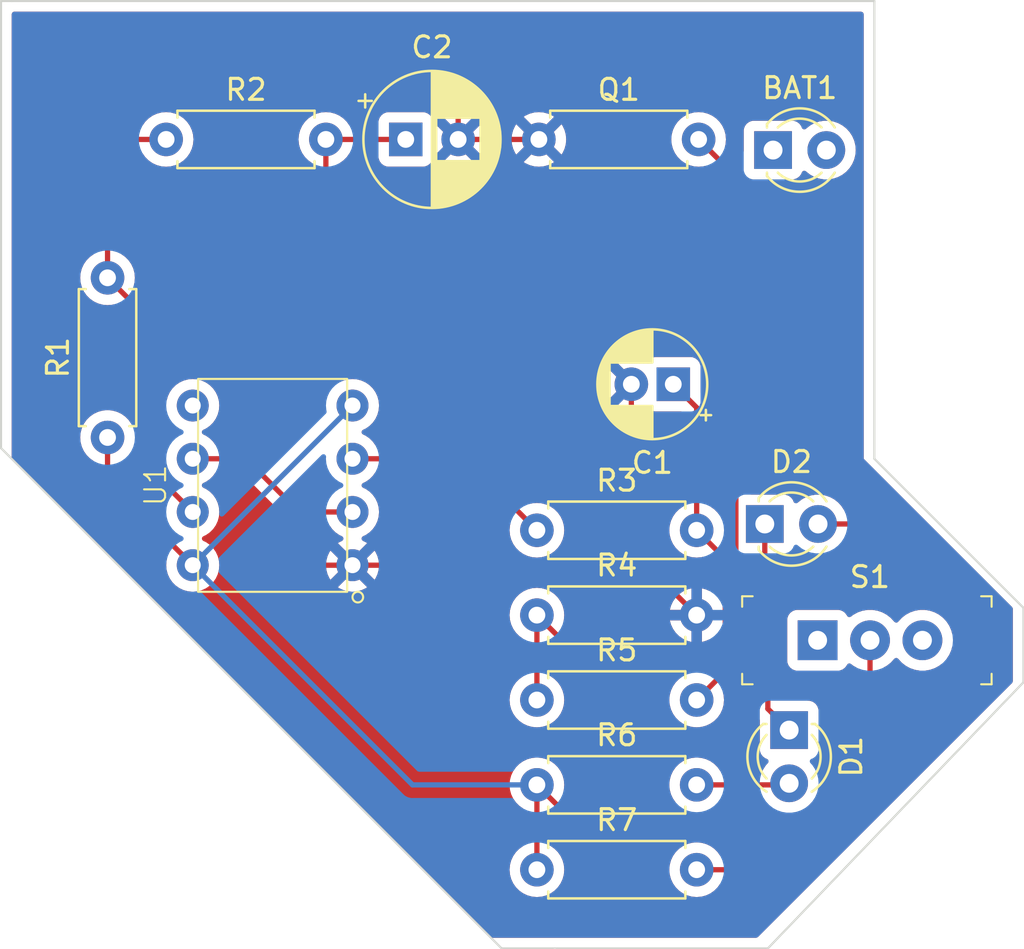
<source format=kicad_pcb>
(kicad_pcb (version 20221018) (generator pcbnew)
  (layers (0 "F.Cu" signal) (31 "B.Cu" signal) (34 "B.Paste" user) (35 "F.Paste" user) (36 "B.SilkS" user "B.Silkscreen") (37 "F.SilkS" user "F.Silkscreen") (38 "B.Mask" user) (39 "F.Mask" user) (44 "Edge.Cuts" user))
  (net 0 "")
  (net 1 "Net-(C1-Pad1)")
  (net 2 "GND")
  (net 3 "Net-(U1-THRES)")
  (net 4 "Net-(D1-K)")
  (net 5 "Net-(D1-A)")
  (net 6 "Net-(D2-A)")
  (net 7 "Net-(Q1-B)")
  (net 8 "VCC")
  (net 9 "Net-(U1-DIS)")
  (net 10 "Net-(U1-OUT)")
  (net 12 "Net-(BAT1-PadNeg)")
  (footprint "Capacitor_THT:CP_Radial_D6.3mm_P2.50mm" (layer "F.Cu") (at 83.82 96.52)
    (fp_text reference "C2" (at 1.25 -4.4) (layer "F.SilkS"))
    (fp_text value "10uF")
    (fp_line (start -2.250241 -1.839) (end -1.620241 -1.839) (stroke (width 0.12)) (layer "F.SilkS"))
    (fp_line (start -1.935241 -2.154) (end -1.935241 -1.524) (stroke (width 0.12)) (layer "F.SilkS"))
    (fp_line (start 1.25 -3.23) (end 1.25 3.23) (stroke (width 0.12)) (layer "F.SilkS"))
    (fp_line (start 1.29 -3.23) (end 1.29 3.23) (stroke (width 0.12)) (layer "F.SilkS"))
    (fp_line (start 1.33 -3.23) (end 1.33 3.23) (stroke (width 0.12)) (layer "F.SilkS"))
    (fp_line (start 1.37 -3.228) (end 1.37 3.228) (stroke (width 0.12)) (layer "F.SilkS"))
    (fp_line (start 1.41 -3.227) (end 1.41 3.227) (stroke (width 0.12)) (layer "F.SilkS"))
    (fp_line (start 1.45 -3.224) (end 1.45 3.224) (stroke (width 0.12)) (layer "F.SilkS"))
    (fp_line (start 1.49 -3.222) (end 1.49 -1.04) (stroke (width 0.12)) (layer "F.SilkS"))
    (fp_line (start 1.49 1.04) (end 1.49 3.222) (stroke (width 0.12)) (layer "F.SilkS"))
    (fp_line (start 1.53 -3.218) (end 1.53 -1.04) (stroke (width 0.12)) (layer "F.SilkS"))
    (fp_line (start 1.53 1.04) (end 1.53 3.218) (stroke (width 0.12)) (layer "F.SilkS"))
    (fp_line (start 1.57 -3.215) (end 1.57 -1.04) (stroke (width 0.12)) (layer "F.SilkS"))
    (fp_line (start 1.57 1.04) (end 1.57 3.215) (stroke (width 0.12)) (layer "F.SilkS"))
    (fp_line (start 1.61 -3.211) (end 1.61 -1.04) (stroke (width 0.12)) (layer "F.SilkS"))
    (fp_line (start 1.61 1.04) (end 1.61 3.211) (stroke (width 0.12)) (layer "F.SilkS"))
    (fp_line (start 1.65 -3.206) (end 1.65 -1.04) (stroke (width 0.12)) (layer "F.SilkS"))
    (fp_line (start 1.65 1.04) (end 1.65 3.206) (stroke (width 0.12)) (layer "F.SilkS"))
    (fp_line (start 1.69 -3.201) (end 1.69 -1.04) (stroke (width 0.12)) (layer "F.SilkS"))
    (fp_line (start 1.69 1.04) (end 1.69 3.201) (stroke (width 0.12)) (layer "F.SilkS"))
    (fp_line (start 1.73 -3.195) (end 1.73 -1.04) (stroke (width 0.12)) (layer "F.SilkS"))
    (fp_line (start 1.73 1.04) (end 1.73 3.195) (stroke (width 0.12)) (layer "F.SilkS"))
    (fp_line (start 1.77 -3.189) (end 1.77 -1.04) (stroke (width 0.12)) (layer "F.SilkS"))
    (fp_line (start 1.77 1.04) (end 1.77 3.189) (stroke (width 0.12)) (layer "F.SilkS"))
    (fp_line (start 1.81 -3.182) (end 1.81 -1.04) (stroke (width 0.12)) (layer "F.SilkS"))
    (fp_line (start 1.81 1.04) (end 1.81 3.182) (stroke (width 0.12)) (layer "F.SilkS"))
    (fp_line (start 1.85 -3.175) (end 1.85 -1.04) (stroke (width 0.12)) (layer "F.SilkS"))
    (fp_line (start 1.85 1.04) (end 1.85 3.175) (stroke (width 0.12)) (layer "F.SilkS"))
    (fp_line (start 1.89 -3.167) (end 1.89 -1.04) (stroke (width 0.12)) (layer "F.SilkS"))
    (fp_line (start 1.89 1.04) (end 1.89 3.167) (stroke (width 0.12)) (layer "F.SilkS"))
    (fp_line (start 1.93 -3.159) (end 1.93 -1.04) (stroke (width 0.12)) (layer "F.SilkS"))
    (fp_line (start 1.93 1.04) (end 1.93 3.159) (stroke (width 0.12)) (layer "F.SilkS"))
    (fp_line (start 1.971 -3.15) (end 1.971 -1.04) (stroke (width 0.12)) (layer "F.SilkS"))
    (fp_line (start 1.971 1.04) (end 1.971 3.15) (stroke (width 0.12)) (layer "F.SilkS"))
    (fp_line (start 2.011 -3.141) (end 2.011 -1.04) (stroke (width 0.12)) (layer "F.SilkS"))
    (fp_line (start 2.011 1.04) (end 2.011 3.141) (stroke (width 0.12)) (layer "F.SilkS"))
    (fp_line (start 2.051 -3.131) (end 2.051 -1.04) (stroke (width 0.12)) (layer "F.SilkS"))
    (fp_line (start 2.051 1.04) (end 2.051 3.131) (stroke (width 0.12)) (layer "F.SilkS"))
    (fp_line (start 2.091 -3.121) (end 2.091 -1.04) (stroke (width 0.12)) (layer "F.SilkS"))
    (fp_line (start 2.091 1.04) (end 2.091 3.121) (stroke (width 0.12)) (layer "F.SilkS"))
    (fp_line (start 2.131 -3.11) (end 2.131 -1.04) (stroke (width 0.12)) (layer "F.SilkS"))
    (fp_line (start 2.131 1.04) (end 2.131 3.11) (stroke (width 0.12)) (layer "F.SilkS"))
    (fp_line (start 2.171 -3.098) (end 2.171 -1.04) (stroke (width 0.12)) (layer "F.SilkS"))
    (fp_line (start 2.171 1.04) (end 2.171 3.098) (stroke (width 0.12)) (layer "F.SilkS"))
    (fp_line (start 2.211 -3.086) (end 2.211 -1.04) (stroke (width 0.12)) (layer "F.SilkS"))
    (fp_line (start 2.211 1.04) (end 2.211 3.086) (stroke (width 0.12)) (layer "F.SilkS"))
    (fp_line (start 2.251 -3.074) (end 2.251 -1.04) (stroke (width 0.12)) (layer "F.SilkS"))
    (fp_line (start 2.251 1.04) (end 2.251 3.074) (stroke (width 0.12)) (layer "F.SilkS"))
    (fp_line (start 2.291 -3.061) (end 2.291 -1.04) (stroke (width 0.12)) (layer "F.SilkS"))
    (fp_line (start 2.291 1.04) (end 2.291 3.061) (stroke (width 0.12)) (layer "F.SilkS"))
    (fp_line (start 2.331 -3.047) (end 2.331 -1.04) (stroke (width 0.12)) (layer "F.SilkS"))
    (fp_line (start 2.331 1.04) (end 2.331 3.047) (stroke (width 0.12)) (layer "F.SilkS"))
    (fp_line (start 2.371 -3.033) (end 2.371 -1.04) (stroke (width 0.12)) (layer "F.SilkS"))
    (fp_line (start 2.371 1.04) (end 2.371 3.033) (stroke (width 0.12)) (layer "F.SilkS"))
    (fp_line (start 2.411 -3.018) (end 2.411 -1.04) (stroke (width 0.12)) (layer "F.SilkS"))
    (fp_line (start 2.411 1.04) (end 2.411 3.018) (stroke (width 0.12)) (layer "F.SilkS"))
    (fp_line (start 2.451 -3.002) (end 2.451 -1.04) (stroke (width 0.12)) (layer "F.SilkS"))
    (fp_line (start 2.451 1.04) (end 2.451 3.002) (stroke (width 0.12)) (layer "F.SilkS"))
    (fp_line (start 2.491 -2.986) (end 2.491 -1.04) (stroke (width 0.12)) (layer "F.SilkS"))
    (fp_line (start 2.491 1.04) (end 2.491 2.986) (stroke (width 0.12)) (layer "F.SilkS"))
    (fp_line (start 2.531 -2.97) (end 2.531 -1.04) (stroke (width 0.12)) (layer "F.SilkS"))
    (fp_line (start 2.531 1.04) (end 2.531 2.97) (stroke (width 0.12)) (layer "F.SilkS"))
    (fp_line (start 2.571 -2.952) (end 2.571 -1.04) (stroke (width 0.12)) (layer "F.SilkS"))
    (fp_line (start 2.571 1.04) (end 2.571 2.952) (stroke (width 0.12)) (layer "F.SilkS"))
    (fp_line (start 2.611 -2.934) (end 2.611 -1.04) (stroke (width 0.12)) (layer "F.SilkS"))
    (fp_line (start 2.611 1.04) (end 2.611 2.934) (stroke (width 0.12)) (layer "F.SilkS"))
    (fp_line (start 2.651 -2.916) (end 2.651 -1.04) (stroke (width 0.12)) (layer "F.SilkS"))
    (fp_line (start 2.651 1.04) (end 2.651 2.916) (stroke (width 0.12)) (layer "F.SilkS"))
    (fp_line (start 2.691 -2.896) (end 2.691 -1.04) (stroke (width 0.12)) (layer "F.SilkS"))
    (fp_line (start 2.691 1.04) (end 2.691 2.896) (stroke (width 0.12)) (layer "F.SilkS"))
    (fp_line (start 2.731 -2.876) (end 2.731 -1.04) (stroke (width 0.12)) (layer "F.SilkS"))
    (fp_line (start 2.731 1.04) (end 2.731 2.876) (stroke (width 0.12)) (layer "F.SilkS"))
    (fp_line (start 2.771 -2.856) (end 2.771 -1.04) (stroke (width 0.12)) (layer "F.SilkS"))
    (fp_line (start 2.771 1.04) (end 2.771 2.856) (stroke (width 0.12)) (layer "F.SilkS"))
    (fp_line (start 2.811 -2.834) (end 2.811 -1.04) (stroke (width 0.12)) (layer "F.SilkS"))
    (fp_line (start 2.811 1.04) (end 2.811 2.834) (stroke (width 0.12)) (layer "F.SilkS"))
    (fp_line (start 2.851 -2.812) (end 2.851 -1.04) (stroke (width 0.12)) (layer "F.SilkS"))
    (fp_line (start 2.851 1.04) (end 2.851 2.812) (stroke (width 0.12)) (layer "F.SilkS"))
    (fp_line (start 2.891 -2.79) (end 2.891 -1.04) (stroke (width 0.12)) (layer "F.SilkS"))
    (fp_line (start 2.891 1.04) (end 2.891 2.79) (stroke (width 0.12)) (layer "F.SilkS"))
    (fp_line (start 2.931 -2.766) (end 2.931 -1.04) (stroke (width 0.12)) (layer "F.SilkS"))
    (fp_line (start 2.931 1.04) (end 2.931 2.766) (stroke (width 0.12)) (layer "F.SilkS"))
    (fp_line (start 2.971 -2.742) (end 2.971 -1.04) (stroke (width 0.12)) (layer "F.SilkS"))
    (fp_line (start 2.971 1.04) (end 2.971 2.742) (stroke (width 0.12)) (layer "F.SilkS"))
    (fp_line (start 3.011 -2.716) (end 3.011 -1.04) (stroke (width 0.12)) (layer "F.SilkS"))
    (fp_line (start 3.011 1.04) (end 3.011 2.716) (stroke (width 0.12)) (layer "F.SilkS"))
    (fp_line (start 3.051 -2.69) (end 3.051 -1.04) (stroke (width 0.12)) (layer "F.SilkS"))
    (fp_line (start 3.051 1.04) (end 3.051 2.69) (stroke (width 0.12)) (layer "F.SilkS"))
    (fp_line (start 3.091 -2.664) (end 3.091 -1.04) (stroke (width 0.12)) (layer "F.SilkS"))
    (fp_line (start 3.091 1.04) (end 3.091 2.664) (stroke (width 0.12)) (layer "F.SilkS"))
    (fp_line (start 3.131 -2.636) (end 3.131 -1.04) (stroke (width 0.12)) (layer "F.SilkS"))
    (fp_line (start 3.131 1.04) (end 3.131 2.636) (stroke (width 0.12)) (layer "F.SilkS"))
    (fp_line (start 3.171 -2.607) (end 3.171 -1.04) (stroke (width 0.12)) (layer "F.SilkS"))
    (fp_line (start 3.171 1.04) (end 3.171 2.607) (stroke (width 0.12)) (layer "F.SilkS"))
    (fp_line (start 3.211 -2.578) (end 3.211 -1.04) (stroke (width 0.12)) (layer "F.SilkS"))
    (fp_line (start 3.211 1.04) (end 3.211 2.578) (stroke (width 0.12)) (layer "F.SilkS"))
    (fp_line (start 3.251 -2.548) (end 3.251 -1.04) (stroke (width 0.12)) (layer "F.SilkS"))
    (fp_line (start 3.251 1.04) (end 3.251 2.548) (stroke (width 0.12)) (layer "F.SilkS"))
    (fp_line (start 3.291 -2.516) (end 3.291 -1.04) (stroke (width 0.12)) (layer "F.SilkS"))
    (fp_line (start 3.291 1.04) (end 3.291 2.516) (stroke (width 0.12)) (layer "F.SilkS"))
    (fp_line (start 3.331 -2.484) (end 3.331 -1.04) (stroke (width 0.12)) (layer "F.SilkS"))
    (fp_line (start 3.331 1.04) (end 3.331 2.484) (stroke (width 0.12)) (layer "F.SilkS"))
    (fp_line (start 3.371 -2.45) (end 3.371 -1.04) (stroke (width 0.12)) (layer "F.SilkS"))
    (fp_line (start 3.371 1.04) (end 3.371 2.45) (stroke (width 0.12)) (layer "F.SilkS"))
    (fp_line (start 3.411 -2.416) (end 3.411 -1.04) (stroke (width 0.12)) (layer "F.SilkS"))
    (fp_line (start 3.411 1.04) (end 3.411 2.416) (stroke (width 0.12)) (layer "F.SilkS"))
    (fp_line (start 3.451 -2.38) (end 3.451 -1.04) (stroke (width 0.12)) (layer "F.SilkS"))
    (fp_line (start 3.451 1.04) (end 3.451 2.38) (stroke (width 0.12)) (layer "F.SilkS"))
    (fp_line (start 3.491 -2.343) (end 3.491 -1.04) (stroke (width 0.12)) (layer "F.SilkS"))
    (fp_line (start 3.491 1.04) (end 3.491 2.343) (stroke (width 0.12)) (layer "F.SilkS"))
    (fp_line (start 3.531 -2.305) (end 3.531 -1.04) (stroke (width 0.12)) (layer "F.SilkS"))
    (fp_line (start 3.531 1.04) (end 3.531 2.305) (stroke (width 0.12)) (layer "F.SilkS"))
    (fp_line (start 3.571 -2.265) (end 3.571 2.265) (stroke (width 0.12)) (layer "F.SilkS"))
    (fp_line (start 3.611 -2.224) (end 3.611 2.224) (stroke (width 0.12)) (layer "F.SilkS"))
    (fp_line (start 3.651 -2.182) (end 3.651 2.182) (stroke (width 0.12)) (layer "F.SilkS"))
    (fp_line (start 3.691 -2.137) (end 3.691 2.137) (stroke (width 0.12)) (layer "F.SilkS"))
    (fp_line (start 3.731 -2.092) (end 3.731 2.092) (stroke (width 0.12)) (layer "F.SilkS"))
    (fp_line (start 3.771 -2.044) (end 3.771 2.044) (stroke (width 0.12)) (layer "F.SilkS"))
    (fp_line (start 3.811 -1.995) (end 3.811 1.995) (stroke (width 0.12)) (layer "F.SilkS"))
    (fp_line (start 3.851 -1.944) (end 3.851 1.944) (stroke (width 0.12)) (layer "F.SilkS"))
    (fp_line (start 3.891 -1.89) (end 3.891 1.89) (stroke (width 0.12)) (layer "F.SilkS"))
    (fp_line (start 3.931 -1.834) (end 3.931 1.834) (stroke (width 0.12)) (layer "F.SilkS"))
    (fp_line (start 3.971 -1.776) (end 3.971 1.776) (stroke (width 0.12)) (layer "F.SilkS"))
    (fp_line (start 4.011 -1.714) (end 4.011 1.714) (stroke (width 0.12)) (layer "F.SilkS"))
    (fp_line (start 4.051 -1.65) (end 4.051 1.65) (stroke (width 0.12)) (layer "F.SilkS"))
    (fp_line (start 4.091 -1.581) (end 4.091 1.581) (stroke (width 0.12)) (layer "F.SilkS"))
    (fp_line (start 4.131 -1.509) (end 4.131 1.509) (stroke (width 0.12)) (layer "F.SilkS"))
    (fp_line (start 4.171 -1.432) (end 4.171 1.432) (stroke (width 0.12)) (layer "F.SilkS"))
    (fp_line (start 4.211 -1.35) (end 4.211 1.35) (stroke (width 0.12)) (layer "F.SilkS"))
    (fp_line (start 4.251 -1.262) (end 4.251 1.262) (stroke (width 0.12)) (layer "F.SilkS"))
    (fp_line (start 4.291 -1.165) (end 4.291 1.165) (stroke (width 0.12)) (layer "F.SilkS"))
    (fp_line (start 4.331 -1.059) (end 4.331 1.059) (stroke (width 0.12)) (layer "F.SilkS"))
    (fp_line (start 4.371 -0.94) (end 4.371 0.94) (stroke (width 0.12)) (layer "F.SilkS"))
    (fp_line (start 4.411 -0.802) (end 4.411 0.802) (stroke (width 0.12)) (layer "F.SilkS"))
    (fp_line (start 4.451 -0.633) (end 4.451 0.633) (stroke (width 0.12)) (layer "F.SilkS"))
    (fp_line (start 4.491 -0.402) (end 4.491 0.402) (stroke (width 0.12)) (layer "F.SilkS"))
    (fp_circle (center 1.25 0) (end 4.52 0) (stroke (width 0.12)) (fill none) (layer "F.SilkS"))
    (pad "1" thru_hole rect (at 0 0) (size 1.6 1.6) (drill 0.8) (layers "*.Cu" "*.Mask") (net 3 "Net-(U1-THRES)"))
    (pad "2" thru_hole circle (at 2.5 0) (size 1.6 1.6) (drill 0.8) (layers "*.Cu" "*.Mask") (net 2 "GND"))
  )
  (footprint "555_Badge:ICM7555-PDIP" (layer "F.Cu") (at 77.47 113.03 90)
    (fp_text reference "U1" (at 0 -5.588 90 unlocked) (layer "F.SilkS") (effects (font (thickness 0.1))))
    (fp_text value "7555")
    (fp_circle (center -5.334 4.064) (end -5.08 4.064) (stroke (width 0.1016)) (fill none) (layer "F.SilkS"))
    (fp_poly (pts (xy 5.08 -3.556) (xy 5.08 3.556) (xy -5.08 3.556) (xy -5.08 -3.556)) (stroke (width 0.1016)) (fill none) (layer "F.SilkS"))
    (pad "1" thru_hole circle (at -3.81 3.81 270) (size 1.524 1.524) (drill 0.762) (layers "*.Cu" "*.Mask") (net 2 "GND"))
    (pad "2" thru_hole circle (at -1.27 3.81 270) (size 1.524 1.524) (drill 0.762) (layers "*.Cu" "*.Mask") (net 3 "Net-(U1-THRES)"))
    (pad "3" thru_hole circle (at 1.27 3.81 270) (size 1.524 1.524) (drill 0.762) (layers "*.Cu" "*.Mask") (net 10 "Net-(U1-OUT)"))
    (pad "4" thru_hole circle (at 3.81 3.81 270) (size 1.524 1.524) (drill 0.762) (layers "*.Cu" "*.Mask") (net 8 "VCC"))
    (pad "5" thru_hole circle (at 3.81 -3.81 270) (size 1.524 1.524) (drill 0.762) (layers "*.Cu" "*.Mask"))
    (pad "6" thru_hole circle (at 1.27 -3.81 270) (size 1.524 1.524) (drill 0.762) (layers "*.Cu" "*.Mask") (net 3 "Net-(U1-THRES)"))
    (pad "7" thru_hole circle (at -1.27 -3.81 270) (size 1.524 1.524) (drill 0.762) (layers "*.Cu" "*.Mask") (net 9 "Net-(U1-DIS)"))
    (pad "8" thru_hole circle (at -3.81 -3.81 270) (size 1.524 1.524) (drill 0.762) (layers "*.Cu" "*.Mask") (net 8 "VCC"))
  )
  (footprint "Resistor_THT:R_Axial_DIN0207_L6.3mm_D2.5mm_P7.62mm_Horizontal" (layer "F.Cu") (at 69.596 110.744 90)
    (fp_text reference "R1" (at 3.81 -2.37 90) (layer "F.SilkS"))
    (fp_text value "22k")
    (fp_line (start 0.54 -1.37) (end 7.08 -1.37) (stroke (width 0.12)) (layer "F.SilkS"))
    (fp_line (start 0.54 -1.04) (end 0.54 -1.37) (stroke (width 0.12)) (layer "F.SilkS"))
    (fp_line (start 0.54 1.04) (end 0.54 1.37) (stroke (width 0.12)) (layer "F.SilkS"))
    (fp_line (start 0.54 1.37) (end 7.08 1.37) (stroke (width 0.12)) (layer "F.SilkS"))
    (fp_line (start 7.08 -1.37) (end 7.08 -1.04) (stroke (width 0.12)) (layer "F.SilkS"))
    (fp_line (start 7.08 1.37) (end 7.08 1.04) (stroke (width 0.12)) (layer "F.SilkS"))
    (pad "1" thru_hole circle (at 0 0 90) (size 1.6 1.6) (drill 0.8) (layers "*.Cu" "*.Mask") (net 8 "VCC"))
    (pad "2" thru_hole oval (at 7.62 0 90) (size 1.6 1.6) (drill 0.8) (layers "*.Cu" "*.Mask") (net 9 "Net-(U1-DIS)"))
  )
  (footprint "Resistor_THT:R_Axial_DIN0207_L6.3mm_D2.5mm_P7.62mm_Horizontal" (layer "F.Cu") (at 72.39 96.52)
    (fp_text reference "R2" (at 3.81 -2.37) (layer "F.SilkS"))
    (fp_text value "330k")
    (fp_line (start 0.54 -1.37) (end 7.08 -1.37) (stroke (width 0.12)) (layer "F.SilkS"))
    (fp_line (start 0.54 -1.04) (end 0.54 -1.37) (stroke (width 0.12)) (layer "F.SilkS"))
    (fp_line (start 0.54 1.04) (end 0.54 1.37) (stroke (width 0.12)) (layer "F.SilkS"))
    (fp_line (start 0.54 1.37) (end 7.08 1.37) (stroke (width 0.12)) (layer "F.SilkS"))
    (fp_line (start 7.08 -1.37) (end 7.08 -1.04) (stroke (width 0.12)) (layer "F.SilkS"))
    (fp_line (start 7.08 1.37) (end 7.08 1.04) (stroke (width 0.12)) (layer "F.SilkS"))
    (pad "1" thru_hole circle (at 0 0) (size 1.6 1.6) (drill 0.8) (layers "*.Cu" "*.Mask") (net 9 "Net-(U1-DIS)"))
    (pad "2" thru_hole oval (at 7.62 0) (size 1.6 1.6) (drill 0.8) (layers "*.Cu" "*.Mask") (net 3 "Net-(U1-THRES)"))
  )
  (footprint "Resistor_THT:R_Axial_DIN0207_L6.3mm_D2.5mm_P7.62mm_Horizontal" (layer "F.Cu") (at 90.17 96.52)
    (fp_text reference "Q1" (at 3.81 -2.37) (layer "F.SilkS"))
    (fp_text value "2N3904")
    (fp_line (start 0.54 -1.37) (end 7.08 -1.37) (stroke (width 0.12)) (layer "F.SilkS"))
    (fp_line (start 0.54 -1.04) (end 0.54 -1.37) (stroke (width 0.12)) (layer "F.SilkS"))
    (fp_line (start 0.54 1.04) (end 0.54 1.37) (stroke (width 0.12)) (layer "F.SilkS"))
    (fp_line (start 0.54 1.37) (end 7.08 1.37) (stroke (width 0.12)) (layer "F.SilkS"))
    (fp_line (start 7.08 -1.37) (end 7.08 -1.04) (stroke (width 0.12)) (layer "F.SilkS"))
    (fp_line (start 7.08 1.37) (end 7.08 1.04) (stroke (width 0.12)) (layer "F.SilkS"))
    (pad "1" thru_hole circle (at 0 0) (size 1.6 1.6) (drill 0.8) (layers "*.Cu" "*.Mask") (net 2 "GND"))
    (pad "2" thru_hole oval (at 7.62 0) (size 1.6 1.6) (drill 0.8) (layers "*.Cu" "*.Mask") (net 7 "Net-(Q1-B)"))
  )
  (footprint "Resistor_THT:R_Axial_DIN0207_L6.3mm_D2.5mm_P7.62mm_Horizontal" (layer "F.Cu") (at 90.0762 123.273)
    (fp_text reference "R5" (at 3.81 -2.37) (layer "F.SilkS"))
    (fp_text value "10k")
    (fp_line (start 0.54 -1.37) (end 7.08 -1.37) (stroke (width 0.12)) (layer "F.SilkS"))
    (fp_line (start 0.54 -1.04) (end 0.54 -1.37) (stroke (width 0.12)) (layer "F.SilkS"))
    (fp_line (start 0.54 1.04) (end 0.54 1.37) (stroke (width 0.12)) (layer "F.SilkS"))
    (fp_line (start 0.54 1.37) (end 7.08 1.37) (stroke (width 0.12)) (layer "F.SilkS"))
    (fp_line (start 7.08 -1.37) (end 7.08 -1.04) (stroke (width 0.12)) (layer "F.SilkS"))
    (fp_line (start 7.08 1.37) (end 7.08 1.04) (stroke (width 0.12)) (layer "F.SilkS"))
    (pad "1" thru_hole circle (at 0 0) (size 1.6 1.6) (drill 0.8) (layers "*.Cu" "*.Mask") (net 1 "Net-(C1-Pad1)"))
    (pad "2" thru_hole oval (at 7.62 0) (size 1.6 1.6) (drill 0.8) (layers "*.Cu" "*.Mask") (net 7 "Net-(Q1-B)"))
  )
  (footprint "Resistor_THT:R_Axial_DIN0207_L6.3mm_D2.5mm_P7.62mm_Horizontal" (layer "F.Cu") (at 90.0762 119.223)
    (fp_text reference "R4" (at 3.81 -2.37) (layer "F.SilkS"))
    (fp_text value "100k")
    (fp_line (start 0.54 -1.37) (end 7.08 -1.37) (stroke (width 0.12)) (layer "F.SilkS"))
    (fp_line (start 0.54 -1.04) (end 0.54 -1.37) (stroke (width 0.12)) (layer "F.SilkS"))
    (fp_line (start 0.54 1.04) (end 0.54 1.37) (stroke (width 0.12)) (layer "F.SilkS"))
    (fp_line (start 0.54 1.37) (end 7.08 1.37) (stroke (width 0.12)) (layer "F.SilkS"))
    (fp_line (start 7.08 -1.37) (end 7.08 -1.04) (stroke (width 0.12)) (layer "F.SilkS"))
    (fp_line (start 7.08 1.37) (end 7.08 1.04) (stroke (width 0.12)) (layer "F.SilkS"))
    (pad "1" thru_hole circle (at 0 0) (size 1.6 1.6) (drill 0.8) (layers "*.Cu" "*.Mask") (net 1 "Net-(C1-Pad1)"))
    (pad "2" thru_hole oval (at 7.62 0) (size 1.6 1.6) (drill 0.8) (layers "*.Cu" "*.Mask") (net 2 "GND"))
  )
  (footprint "LED_THT:LED_D3.0mm" (layer "F.Cu") (at 101.341 97.028)
    (fp_text reference "BAT1" (at 1.27 -2.96) (layer "F.SilkS"))
    (fp_text value "BS-7")
    (fp_line (start -0.29 -1.236) (end -0.29 -1.08) (stroke (width 0.12)) (layer "F.SilkS"))
    (fp_line (start -0.29 1.08) (end -0.29 1.236) (stroke (width 0.12)) (layer "F.SilkS"))
    (fp_arc (start -0.29 -1.235516) (mid 1.366487 -1.987659) (end 2.942335 -1.078608) (stroke (width 0.12)) (layer "F.SilkS"))
    (fp_arc (start 0.229039 -1.08) (mid 1.270117 -1.5) (end 2.31113 -1.079837) (stroke (width 0.12)) (layer "F.SilkS"))
    (fp_arc (start 2.31113 1.079837) (mid 1.270117 1.5) (end 0.229039 1.08) (stroke (width 0.12)) (layer "F.SilkS"))
    (fp_arc (start 2.942335 1.078608) (mid 1.366487 1.987659) (end -0.29 1.235516) (stroke (width 0.12)) (layer "F.SilkS"))
    (pad "1" thru_hole rect (at 0 0) (size 1.8 1.8) (drill 0.9) (layers "*.Cu" "*.Mask"))
    (pad "2" thru_hole circle (at 2.54 0) (size 1.8 1.8) (drill 0.9) (layers "*.Cu" "*.Mask"))
  )
  (footprint "Resistor_THT:R_Axial_DIN0207_L6.3mm_D2.5mm_P7.62mm_Horizontal" (layer "F.Cu") (at 90.0762 127.323)
    (fp_text reference "R6" (at 3.81 -2.37) (layer "F.SilkS"))
    (fp_text value "100k")
    (fp_line (start 0.54 -1.37) (end 7.08 -1.37) (stroke (width 0.12)) (layer "F.SilkS"))
    (fp_line (start 0.54 -1.04) (end 0.54 -1.37) (stroke (width 0.12)) (layer "F.SilkS"))
    (fp_line (start 0.54 1.04) (end 0.54 1.37) (stroke (width 0.12)) (layer "F.SilkS"))
    (fp_line (start 0.54 1.37) (end 7.08 1.37) (stroke (width 0.12)) (layer "F.SilkS"))
    (fp_line (start 7.08 -1.37) (end 7.08 -1.04) (stroke (width 0.12)) (layer "F.SilkS"))
    (fp_line (start 7.08 1.37) (end 7.08 1.04) (stroke (width 0.12)) (layer "F.SilkS"))
    (pad "1" thru_hole circle (at 0 0) (size 1.6 1.6) (drill 0.8) (layers "*.Cu" "*.Mask") (net 8 "VCC"))
    (pad "2" thru_hole oval (at 7.62 0) (size 1.6 1.6) (drill 0.8) (layers "*.Cu" "*.Mask") (net 5 "Net-(D1-A)"))
  )
  (footprint "Capacitor_THT:CP_Radial_D5.0mm_P2.00mm" (layer "F.Cu") (at 96.580888 108.204 180)
    (fp_text reference "C1" (at 1 -3.75) (layer "F.SilkS"))
    (fp_text value "100uF")
    (fp_line (start -1.804775 -1.475) (end -1.304775 -1.475) (stroke (width 0.12)) (layer "F.SilkS"))
    (fp_line (start -1.554775 -1.725) (end -1.554775 -1.225) (stroke (width 0.12)) (layer "F.SilkS"))
    (fp_line (start 1 -2.58) (end 1 -1.04) (stroke (width 0.12)) (layer "F.SilkS"))
    (fp_line (start 1 1.04) (end 1 2.58) (stroke (width 0.12)) (layer "F.SilkS"))
    (fp_line (start 1.04 -2.58) (end 1.04 -1.04) (stroke (width 0.12)) (layer "F.SilkS"))
    (fp_line (start 1.04 1.04) (end 1.04 2.58) (stroke (width 0.12)) (layer "F.SilkS"))
    (fp_line (start 1.08 -2.579) (end 1.08 -1.04) (stroke (width 0.12)) (layer "F.SilkS"))
    (fp_line (start 1.08 1.04) (end 1.08 2.579) (stroke (width 0.12)) (layer "F.SilkS"))
    (fp_line (start 1.12 -2.578) (end 1.12 -1.04) (stroke (width 0.12)) (layer "F.SilkS"))
    (fp_line (start 1.12 1.04) (end 1.12 2.578) (stroke (width 0.12)) (layer "F.SilkS"))
    (fp_line (start 1.16 -2.576) (end 1.16 -1.04) (stroke (width 0.12)) (layer "F.SilkS"))
    (fp_line (start 1.16 1.04) (end 1.16 2.576) (stroke (width 0.12)) (layer "F.SilkS"))
    (fp_line (start 1.2 -2.573) (end 1.2 -1.04) (stroke (width 0.12)) (layer "F.SilkS"))
    (fp_line (start 1.2 1.04) (end 1.2 2.573) (stroke (width 0.12)) (layer "F.SilkS"))
    (fp_line (start 1.24 -2.569) (end 1.24 -1.04) (stroke (width 0.12)) (layer "F.SilkS"))
    (fp_line (start 1.24 1.04) (end 1.24 2.569) (stroke (width 0.12)) (layer "F.SilkS"))
    (fp_line (start 1.28 -2.565) (end 1.28 -1.04) (stroke (width 0.12)) (layer "F.SilkS"))
    (fp_line (start 1.28 1.04) (end 1.28 2.565) (stroke (width 0.12)) (layer "F.SilkS"))
    (fp_line (start 1.32 -2.561) (end 1.32 -1.04) (stroke (width 0.12)) (layer "F.SilkS"))
    (fp_line (start 1.32 1.04) (end 1.32 2.561) (stroke (width 0.12)) (layer "F.SilkS"))
    (fp_line (start 1.36 -2.556) (end 1.36 -1.04) (stroke (width 0.12)) (layer "F.SilkS"))
    (fp_line (start 1.36 1.04) (end 1.36 2.556) (stroke (width 0.12)) (layer "F.SilkS"))
    (fp_line (start 1.4 -2.55) (end 1.4 -1.04) (stroke (width 0.12)) (layer "F.SilkS"))
    (fp_line (start 1.4 1.04) (end 1.4 2.55) (stroke (width 0.12)) (layer "F.SilkS"))
    (fp_line (start 1.44 -2.543) (end 1.44 -1.04) (stroke (width 0.12)) (layer "F.SilkS"))
    (fp_line (start 1.44 1.04) (end 1.44 2.543) (stroke (width 0.12)) (layer "F.SilkS"))
    (fp_line (start 1.48 -2.536) (end 1.48 -1.04) (stroke (width 0.12)) (layer "F.SilkS"))
    (fp_line (start 1.48 1.04) (end 1.48 2.536) (stroke (width 0.12)) (layer "F.SilkS"))
    (fp_line (start 1.52 -2.528) (end 1.52 -1.04) (stroke (width 0.12)) (layer "F.SilkS"))
    (fp_line (start 1.52 1.04) (end 1.52 2.528) (stroke (width 0.12)) (layer "F.SilkS"))
    (fp_line (start 1.56 -2.52) (end 1.56 -1.04) (stroke (width 0.12)) (layer "F.SilkS"))
    (fp_line (start 1.56 1.04) (end 1.56 2.52) (stroke (width 0.12)) (layer "F.SilkS"))
    (fp_line (start 1.6 -2.511) (end 1.6 -1.04) (stroke (width 0.12)) (layer "F.SilkS"))
    (fp_line (start 1.6 1.04) (end 1.6 2.511) (stroke (width 0.12)) (layer "F.SilkS"))
    (fp_line (start 1.64 -2.501) (end 1.64 -1.04) (stroke (width 0.12)) (layer "F.SilkS"))
    (fp_line (start 1.64 1.04) (end 1.64 2.501) (stroke (width 0.12)) (layer "F.SilkS"))
    (fp_line (start 1.68 -2.491) (end 1.68 -1.04) (stroke (width 0.12)) (layer "F.SilkS"))
    (fp_line (start 1.68 1.04) (end 1.68 2.491) (stroke (width 0.12)) (layer "F.SilkS"))
    (fp_line (start 1.721 -2.48) (end 1.721 -1.04) (stroke (width 0.12)) (layer "F.SilkS"))
    (fp_line (start 1.721 1.04) (end 1.721 2.48) (stroke (width 0.12)) (layer "F.SilkS"))
    (fp_line (start 1.761 -2.468) (end 1.761 -1.04) (stroke (width 0.12)) (layer "F.SilkS"))
    (fp_line (start 1.761 1.04) (end 1.761 2.468) (stroke (width 0.12)) (layer "F.SilkS"))
    (fp_line (start 1.801 -2.455) (end 1.801 -1.04) (stroke (width 0.12)) (layer "F.SilkS"))
    (fp_line (start 1.801 1.04) (end 1.801 2.455) (stroke (width 0.12)) (layer "F.SilkS"))
    (fp_line (start 1.841 -2.442) (end 1.841 -1.04) (stroke (width 0.12)) (layer "F.SilkS"))
    (fp_line (start 1.841 1.04) (end 1.841 2.442) (stroke (width 0.12)) (layer "F.SilkS"))
    (fp_line (start 1.881 -2.428) (end 1.881 -1.04) (stroke (width 0.12)) (layer "F.SilkS"))
    (fp_line (start 1.881 1.04) (end 1.881 2.428) (stroke (width 0.12)) (layer "F.SilkS"))
    (fp_line (start 1.921 -2.414) (end 1.921 -1.04) (stroke (width 0.12)) (layer "F.SilkS"))
    (fp_line (start 1.921 1.04) (end 1.921 2.414) (stroke (width 0.12)) (layer "F.SilkS"))
    (fp_line (start 1.961 -2.398) (end 1.961 -1.04) (stroke (width 0.12)) (layer "F.SilkS"))
    (fp_line (start 1.961 1.04) (end 1.961 2.398) (stroke (width 0.12)) (layer "F.SilkS"))
    (fp_line (start 2.001 -2.382) (end 2.001 -1.04) (stroke (width 0.12)) (layer "F.SilkS"))
    (fp_line (start 2.001 1.04) (end 2.001 2.382) (stroke (width 0.12)) (layer "F.SilkS"))
    (fp_line (start 2.041 -2.365) (end 2.041 -1.04) (stroke (width 0.12)) (layer "F.SilkS"))
    (fp_line (start 2.041 1.04) (end 2.041 2.365) (stroke (width 0.12)) (layer "F.SilkS"))
    (fp_line (start 2.081 -2.348) (end 2.081 -1.04) (stroke (width 0.12)) (layer "F.SilkS"))
    (fp_line (start 2.081 1.04) (end 2.081 2.348) (stroke (width 0.12)) (layer "F.SilkS"))
    (fp_line (start 2.121 -2.329) (end 2.121 -1.04) (stroke (width 0.12)) (layer "F.SilkS"))
    (fp_line (start 2.121 1.04) (end 2.121 2.329) (stroke (width 0.12)) (layer "F.SilkS"))
    (fp_line (start 2.161 -2.31) (end 2.161 -1.04) (stroke (width 0.12)) (layer "F.SilkS"))
    (fp_line (start 2.161 1.04) (end 2.161 2.31) (stroke (width 0.12)) (layer "F.SilkS"))
    (fp_line (start 2.201 -2.29) (end 2.201 -1.04) (stroke (width 0.12)) (layer "F.SilkS"))
    (fp_line (start 2.201 1.04) (end 2.201 2.29) (stroke (width 0.12)) (layer "F.SilkS"))
    (fp_line (start 2.241 -2.268) (end 2.241 -1.04) (stroke (width 0.12)) (layer "F.SilkS"))
    (fp_line (start 2.241 1.04) (end 2.241 2.268) (stroke (width 0.12)) (layer "F.SilkS"))
    (fp_line (start 2.281 -2.247) (end 2.281 -1.04) (stroke (width 0.12)) (layer "F.SilkS"))
    (fp_line (start 2.281 1.04) (end 2.281 2.247) (stroke (width 0.12)) (layer "F.SilkS"))
    (fp_line (start 2.321 -2.224) (end 2.321 -1.04) (stroke (width 0.12)) (layer "F.SilkS"))
    (fp_line (start 2.321 1.04) (end 2.321 2.224) (stroke (width 0.12)) (layer "F.SilkS"))
    (fp_line (start 2.361 -2.2) (end 2.361 -1.04) (stroke (width 0.12)) (layer "F.SilkS"))
    (fp_line (start 2.361 1.04) (end 2.361 2.2) (stroke (width 0.12)) (layer "F.SilkS"))
    (fp_line (start 2.401 -2.175) (end 2.401 -1.04) (stroke (width 0.12)) (layer "F.SilkS"))
    (fp_line (start 2.401 1.04) (end 2.401 2.175) (stroke (width 0.12)) (layer "F.SilkS"))
    (fp_line (start 2.441 -2.149) (end 2.441 -1.04) (stroke (width 0.12)) (layer "F.SilkS"))
    (fp_line (start 2.441 1.04) (end 2.441 2.149) (stroke (width 0.12)) (layer "F.SilkS"))
    (fp_line (start 2.481 -2.122) (end 2.481 -1.04) (stroke (width 0.12)) (layer "F.SilkS"))
    (fp_line (start 2.481 1.04) (end 2.481 2.122) (stroke (width 0.12)) (layer "F.SilkS"))
    (fp_line (start 2.521 -2.095) (end 2.521 -1.04) (stroke (width 0.12)) (layer "F.SilkS"))
    (fp_line (start 2.521 1.04) (end 2.521 2.095) (stroke (width 0.12)) (layer "F.SilkS"))
    (fp_line (start 2.561 -2.065) (end 2.561 -1.04) (stroke (width 0.12)) (layer "F.SilkS"))
    (fp_line (start 2.561 1.04) (end 2.561 2.065) (stroke (width 0.12)) (layer "F.SilkS"))
    (fp_line (start 2.601 -2.035) (end 2.601 -1.04) (stroke (width 0.12)) (layer "F.SilkS"))
    (fp_line (start 2.601 1.04) (end 2.601 2.035) (stroke (width 0.12)) (layer "F.SilkS"))
    (fp_line (start 2.641 -2.004) (end 2.641 -1.04) (stroke (width 0.12)) (layer "F.SilkS"))
    (fp_line (start 2.641 1.04) (end 2.641 2.004) (stroke (width 0.12)) (layer "F.SilkS"))
    (fp_line (start 2.681 -1.971) (end 2.681 -1.04) (stroke (width 0.12)) (layer "F.SilkS"))
    (fp_line (start 2.681 1.04) (end 2.681 1.971) (stroke (width 0.12)) (layer "F.SilkS"))
    (fp_line (start 2.721 -1.937) (end 2.721 -1.04) (stroke (width 0.12)) (layer "F.SilkS"))
    (fp_line (start 2.721 1.04) (end 2.721 1.937) (stroke (width 0.12)) (layer "F.SilkS"))
    (fp_line (start 2.761 -1.901) (end 2.761 -1.04) (stroke (width 0.12)) (layer "F.SilkS"))
    (fp_line (start 2.761 1.04) (end 2.761 1.901) (stroke (width 0.12)) (layer "F.SilkS"))
    (fp_line (start 2.801 -1.864) (end 2.801 -1.04) (stroke (width 0.12)) (layer "F.SilkS"))
    (fp_line (start 2.801 1.04) (end 2.801 1.864) (stroke (width 0.12)) (layer "F.SilkS"))
    (fp_line (start 2.841 -1.826) (end 2.841 -1.04) (stroke (width 0.12)) (layer "F.SilkS"))
    (fp_line (start 2.841 1.04) (end 2.841 1.826) (stroke (width 0.12)) (layer "F.SilkS"))
    (fp_line (start 2.881 -1.785) (end 2.881 -1.04) (stroke (width 0.12)) (layer "F.SilkS"))
    (fp_line (start 2.881 1.04) (end 2.881 1.785) (stroke (width 0.12)) (layer "F.SilkS"))
    (fp_line (start 2.921 -1.743) (end 2.921 -1.04) (stroke (width 0.12)) (layer "F.SilkS"))
    (fp_line (start 2.921 1.04) (end 2.921 1.743) (stroke (width 0.12)) (layer "F.SilkS"))
    (fp_line (start 2.961 -1.699) (end 2.961 -1.04) (stroke (width 0.12)) (layer "F.SilkS"))
    (fp_line (start 2.961 1.04) (end 2.961 1.699) (stroke (width 0.12)) (layer "F.SilkS"))
    (fp_line (start 3.001 -1.653) (end 3.001 -1.04) (stroke (width 0.12)) (layer "F.SilkS"))
    (fp_line (start 3.001 1.04) (end 3.001 1.653) (stroke (width 0.12)) (layer "F.SilkS"))
    (fp_line (start 3.041 -1.605) (end 3.041 1.605) (stroke (width 0.12)) (layer "F.SilkS"))
    (fp_line (start 3.081 -1.554) (end 3.081 1.554) (stroke (width 0.12)) (layer "F.SilkS"))
    (fp_line (start 3.121 -1.5) (end 3.121 1.5) (stroke (width 0.12)) (layer "F.SilkS"))
    (fp_line (start 3.161 -1.443) (end 3.161 1.443) (stroke (width 0.12)) (layer "F.SilkS"))
    (fp_line (start 3.201 -1.383) (end 3.201 1.383) (stroke (width 0.12)) (layer "F.SilkS"))
    (fp_line (start 3.241 -1.319) (end 3.241 1.319) (stroke (width 0.12)) (layer "F.SilkS"))
    (fp_line (start 3.281 -1.251) (end 3.281 1.251) (stroke (width 0.12)) (layer "F.SilkS"))
    (fp_line (start 3.321 -1.178) (end 3.321 1.178) (stroke (width 0.12)) (layer "F.SilkS"))
    (fp_line (start 3.361 -1.098) (end 3.361 1.098) (stroke (width 0.12)) (layer "F.SilkS"))
    (fp_line (start 3.401 -1.011) (end 3.401 1.011) (stroke (width 0.12)) (layer "F.SilkS"))
    (fp_line (start 3.441 -0.915) (end 3.441 0.915) (stroke (width 0.12)) (layer "F.SilkS"))
    (fp_line (start 3.481 -0.805) (end 3.481 0.805) (stroke (width 0.12)) (layer "F.SilkS"))
    (fp_line (start 3.521 -0.677) (end 3.521 0.677) (stroke (width 0.12)) (layer "F.SilkS"))
    (fp_line (start 3.561 -0.518) (end 3.561 0.518) (stroke (width 0.12)) (layer "F.SilkS"))
    (fp_line (start 3.601 -0.284) (end 3.601 0.284) (stroke (width 0.12)) (layer "F.SilkS"))
    (fp_circle (center 1 0) (end 3.62 0) (stroke (width 0.12)) (fill none) (layer "F.SilkS"))
    (pad "1" thru_hole rect (at 0 0 180) (size 1.6 1.6) (drill 0.8) (layers "*.Cu" "*.Mask") (net 1 "Net-(C1-Pad1)"))
    (pad "2" thru_hole circle (at 2 0 180) (size 1.6 1.6) (drill 0.8) (layers "*.Cu" "*.Mask") (net 2 "GND"))
  )
  (footprint "Resistor_THT:R_Axial_DIN0207_L6.3mm_D2.5mm_P7.62mm_Horizontal" (layer "F.Cu") (at 90.0762 115.173)
    (fp_text reference "R3" (at 3.81 -2.37) (layer "F.SilkS"))
    (fp_text value "22k")
    (fp_line (start 0.54 -1.37) (end 7.08 -1.37) (stroke (width 0.12)) (layer "F.SilkS"))
    (fp_line (start 0.54 -1.04) (end 0.54 -1.37) (stroke (width 0.12)) (layer "F.SilkS"))
    (fp_line (start 0.54 1.04) (end 0.54 1.37) (stroke (width 0.12)) (layer "F.SilkS"))
    (fp_line (start 0.54 1.37) (end 7.08 1.37) (stroke (width 0.12)) (layer "F.SilkS"))
    (fp_line (start 7.08 -1.37) (end 7.08 -1.04) (stroke (width 0.12)) (layer "F.SilkS"))
    (fp_line (start 7.08 1.37) (end 7.08 1.04) (stroke (width 0.12)) (layer "F.SilkS"))
    (pad "1" thru_hole circle (at 0 0) (size 1.6 1.6) (drill 0.8) (layers "*.Cu" "*.Mask") (net 10 "Net-(U1-OUT)"))
    (pad "2" thru_hole oval (at 7.62 0) (size 1.6 1.6) (drill 0.8) (layers "*.Cu" "*.Mask") (net 1 "Net-(C1-Pad1)"))
  )
  (footprint "LED_THT:LED_D3.0mm" (layer "F.Cu") (at 102.108 124.709 -90)
    (fp_text reference "D1" (at 1.27 -2.96 90) (layer "F.SilkS"))
    (fp_text value "RED")
    (fp_line (start -0.29 -1.236) (end -0.29 -1.08) (stroke (width 0.12)) (layer "F.SilkS"))
    (fp_line (start -0.29 1.08) (end -0.29 1.236) (stroke (width 0.12)) (layer "F.SilkS"))
    (fp_arc (start -0.29 -1.235516) (mid 1.366487 -1.987659) (end 2.942335 -1.078608) (stroke (width 0.12)) (layer "F.SilkS"))
    (fp_arc (start 0.229039 -1.08) (mid 1.270117 -1.5) (end 2.31113 -1.079837) (stroke (width 0.12)) (layer "F.SilkS"))
    (fp_arc (start 2.31113 1.079837) (mid 1.270117 1.5) (end 0.229039 1.08) (stroke (width 0.12)) (layer "F.SilkS"))
    (fp_arc (start 2.942335 1.078608) (mid 1.366487 1.987659) (end -0.29 1.235516) (stroke (width 0.12)) (layer "F.SilkS"))
    (pad "1" thru_hole rect (at 0 0 270) (size 1.8 1.8) (drill 0.9) (layers "*.Cu" "*.Mask") (net 4 "Net-(D1-K)"))
    (pad "2" thru_hole circle (at 2.54 0 270) (size 1.8 1.8) (drill 0.9) (layers "*.Cu" "*.Mask") (net 5 "Net-(D1-A)"))
  )
  (footprint "Resistor_THT:R_Axial_DIN0207_L6.3mm_D2.5mm_P7.62mm_Horizontal" (layer "F.Cu") (at 90.0762 131.373)
    (fp_text reference "R7" (at 3.81 -2.37) (layer "F.SilkS"))
    (fp_text value "100k")
    (fp_line (start 0.54 -1.37) (end 7.08 -1.37) (stroke (width 0.12)) (layer "F.SilkS"))
    (fp_line (start 0.54 -1.04) (end 0.54 -1.37) (stroke (width 0.12)) (layer "F.SilkS"))
    (fp_line (start 0.54 1.04) (end 0.54 1.37) (stroke (width 0.12)) (layer "F.SilkS"))
    (fp_line (start 0.54 1.37) (end 7.08 1.37) (stroke (width 0.12)) (layer "F.SilkS"))
    (fp_line (start 7.08 -1.37) (end 7.08 -1.04) (stroke (width 0.12)) (layer "F.SilkS"))
    (fp_line (start 7.08 1.37) (end 7.08 1.04) (stroke (width 0.12)) (layer "F.SilkS"))
    (pad "1" thru_hole circle (at 0 0) (size 1.6 1.6) (drill 0.8) (layers "*.Cu" "*.Mask") (net 8 "VCC"))
    (pad "2" thru_hole oval (at 7.62 0) (size 1.6 1.6) (drill 0.8) (layers "*.Cu" "*.Mask") (net 6 "Net-(D2-A)"))
  )
  (footprint "LED_THT:LED_D3.0mm" (layer "F.Cu") (at 100.9462 114.873)
    (fp_text reference "D2" (at 1.27 -2.96) (layer "F.SilkS"))
    (fp_text value "RED")
    (fp_line (start -0.29 -1.236) (end -0.29 -1.08) (stroke (width 0.12)) (layer "F.SilkS"))
    (fp_line (start -0.29 1.08) (end -0.29 1.236) (stroke (width 0.12)) (layer "F.SilkS"))
    (fp_arc (start -0.29 -1.235516) (mid 1.366487 -1.987659) (end 2.942335 -1.078608) (stroke (width 0.12)) (layer "F.SilkS"))
    (fp_arc (start 0.229039 -1.08) (mid 1.270117 -1.5) (end 2.31113 -1.079837) (stroke (width 0.12)) (layer "F.SilkS"))
    (fp_arc (start 2.31113 1.079837) (mid 1.270117 1.5) (end 0.229039 1.08) (stroke (width 0.12)) (layer "F.SilkS"))
    (fp_arc (start 2.942335 1.078608) (mid 1.366487 1.987659) (end -0.29 1.235516) (stroke (width 0.12)) (layer "F.SilkS"))
    (pad "1" thru_hole rect (at 0 0) (size 1.8 1.8) (drill 0.9) (layers "*.Cu" "*.Mask") (net 4 "Net-(D1-K)"))
    (pad "2" thru_hole circle (at 2.54 0) (size 1.8 1.8) (drill 0.9) (layers "*.Cu" "*.Mask") (net 6 "Net-(D2-A)"))
  )
  (footprint "digikey-footprints:Switch_Slide_11.6x4mm_EG1218" (layer "F.Cu") (at 103.4662 120.423)
    (fp_text reference "S1" (at 2.49 -3.02) (layer "F.SilkS"))
    (fp_text value "EG1218")
    (fp_line (start -3.6 -2.1) (end -3.6 -1.6) (stroke (width 0.1)) (layer "F.SilkS"))
    (fp_line (start -3.6 -2.1) (end -3.1 -2.1) (stroke (width 0.1)) (layer "F.SilkS"))
    (fp_line (start -3.6 2.1) (end -3.6 1.6) (stroke (width 0.1)) (layer "F.SilkS"))
    (fp_line (start -3.6 2.1) (end -3.1 2.1) (stroke (width 0.1)) (layer "F.SilkS"))
    (fp_line (start 8.3 -2.1) (end 7.8 -2.1) (stroke (width 0.1)) (layer "F.SilkS"))
    (fp_line (start 8.3 -2.1) (end 8.3 -1.6) (stroke (width 0.1)) (layer "F.SilkS"))
    (fp_line (start 8.3 2.1) (end 7.8 2.1) (stroke (width 0.1)) (layer "F.SilkS"))
    (fp_line (start 8.3 2.1) (end 8.3 1.6) (stroke (width 0.1)) (layer "F.SilkS"))
    (pad "1" thru_hole rect (at 0 0) (size 1.9 1.9) (drill 0.9) (layers "*.Cu" "*.Mask"))
    (pad "2" thru_hole circle (at 2.5 0) (size 1.9 1.9) (drill 0.9) (layers "*.Cu" "*.Mask") (net 8 "VCC"))
    (pad "3" thru_hole circle (at 5 0) (size 1.9 1.9) (drill 0.9) (layers "*.Cu" "*.Mask") (net 12 "Net-(BAT1-PadNeg)"))
  )
  (gr_line (start 88.392 135.128) (end 64.516 111.252) (stroke (width 0.1)) (layer "Edge.Cuts"))
  (gr_line (start 106.172 89.916) (end 106.172 111.76) (stroke (width 0.1)) (layer "Edge.Cuts"))
  (gr_line (start 90.932 135.128) (end 88.392 135.128) (stroke (width 0.1)) (layer "Edge.Cuts"))
  (gr_line (start 106.172 111.76) (end 113.284 118.872) (stroke (width 0.1)) (layer "Edge.Cuts"))
  (gr_line (start 64.516 89.916) (end 65.024 89.916) (stroke (width 0.1)) (layer "Edge.Cuts"))
  (gr_line (start 101.092 135.128) (end 90.932 135.128) (stroke (width 0.1)) (layer "Edge.Cuts"))
  (gr_line (start 113.284 122.428) (end 101.092 135.128) (stroke (width 0.1)) (layer "Edge.Cuts"))
  (gr_line (start 113.284 118.872) (end 113.284 122.428) (stroke (width 0.1)) (layer "Edge.Cuts"))
  (gr_line (start 65.024 89.916) (end 106.172 89.916) (stroke (width 0.1)) (layer "Edge.Cuts"))
  (gr_line (start 64.516 111.252) (end 64.516 89.916) (stroke (width 0.1)) (layer "Edge.Cuts"))
  (segment (start 97.6962 115.173) (end 97.6962 109.319312) (width 0.25) (layer "F.Cu") (net 1))
  (segment (start 99.06 116.5368) (end 97.6962 115.173) (width 0.25) (layer "F.Cu") (net 1))
  (segment (start 98.552 121.412) (end 99.06 120.904) (width 0.25) (layer "F.Cu") (net 1))
  (segment (start 99.06 120.904) (end 99.06 116.5368) (width 0.25) (layer "F.Cu") (net 1))
  (segment (start 92.2652 121.412) (end 98.552 121.412) (width 0.25) (layer "F.Cu") (net 1))
  (segment (start 97.6962 109.319312) (end 96.580888 108.204) (width 0.25) (layer "F.Cu") (net 1))
  (segment (start 90.0762 123.273) (end 90.0762 119.223) (width 0.25) (layer "F.Cu") (net 1))
  (segment (start 90.0762 119.223) (end 92.2652 121.412) (width 0.25) (layer "F.Cu") (net 1))
  (segment (start 86.28 90.932) (end 66.04 90.932) (width 0.25) (layer "F.Cu") (net 2))
  (segment (start 86.32 96.52) (end 90.17 96.52) (width 0.25) (layer "F.Cu") (net 2))
  (segment (start 95.3132 116.84) (end 97.6962 119.223) (width 0.25) (layer "F.Cu") (net 2))
  (segment (start 86.32 90.892) (end 86.28 90.932) (width 0.25) (layer "F.Cu") (net 2))
  (segment (start 66.04 111.76) (end 73.66 119.38) (width 0.25) (layer "F.Cu") (net 2))
  (segment (start 86.32 96.52) (end 86.32 90.892) (width 0.25) (layer "F.Cu") (net 2))
  (segment (start 66.04 90.932) (end 66.04 111.76) (width 0.25) (layer "F.Cu") (net 2))
  (segment (start 73.66 119.38) (end 76.2 116.84) (width 0.25) (layer "F.Cu") (net 2))
  (segment (start 94.580888 116.424888) (end 94.580888 108.204) (width 0.25) (layer "F.Cu") (net 2))
  (segment (start 86.36 116.84) (end 94.996 116.84) (width 0.25) (layer "F.Cu") (net 2))
  (segment (start 76.2 116.84) (end 81.28 116.84) (width 0.25) (layer "F.Cu") (net 2))
  (segment (start 94.996 116.84) (end 94.580888 116.424888) (width 0.25) (layer "F.Cu") (net 2))
  (segment (start 94.996 116.84) (end 95.3132 116.84) (width 0.25) (layer "F.Cu") (net 2))
  (segment (start 86.36 116.84) (end 81.28 116.84) (width 0.25) (layer "F.Cu") (net 2))
  (segment (start 78.74 114.3) (end 81.28 114.3) (width 0.25) (layer "F.Cu") (net 3))
  (segment (start 76.2 111.76) (end 78.74 114.3) (width 0.25) (layer "F.Cu") (net 3))
  (segment (start 80.01 107.95) (end 80.01 96.52) (width 0.25) (layer "F.Cu") (net 3))
  (segment (start 76.2 111.76) (end 80.01 107.95) (width 0.25) (layer "F.Cu") (net 3))
  (segment (start 80.01 96.52) (end 83.82 96.52) (width 0.25) (layer "F.Cu") (net 3))
  (segment (start 73.66 111.76) (end 76.2 111.76) (width 0.25) (layer "F.Cu") (net 3))
  (segment (start 100.9462 122.7902) (end 100.9462 114.873) (width 0.25) (layer "F.Cu") (net 4))
  (segment (start 102.108 124.709) (end 101.092 123.693) (width 0.25) (layer "F.Cu") (net 4))
  (segment (start 101.092 122.936) (end 100.9462 122.7902) (width 0.25) (layer "F.Cu") (net 4))
  (segment (start 101.092 123.693) (end 101.092 122.936) (width 0.25) (layer "F.Cu") (net 4))
  (segment (start 97.6962 127.323) (end 102.034 127.323) (width 0.25) (layer "F.Cu") (net 5))
  (segment (start 102.034 127.323) (end 102.108 127.249) (width 0.25) (layer "F.Cu") (net 5))
  (segment (start 100.783 131.373) (end 110.744 121.412) (width 0.25) (layer "F.Cu") (net 6))
  (segment (start 110.744 121.412) (end 110.744 119.38) (width 0.25) (layer "F.Cu") (net 6))
  (segment (start 110.744 119.38) (end 106.172 114.808) (width 0.25) (layer "F.Cu") (net 6))
  (segment (start 105.599 114.873) (end 103.4862 114.873) (width 0.25) (layer "F.Cu") (net 6))
  (segment (start 97.6962 131.373) (end 100.783 131.373) (width 0.25) (layer "F.Cu") (net 6))
  (segment (start 105.664 114.808) (end 105.599 114.873) (width 0.25) (layer "F.Cu") (net 6))
  (segment (start 106.172 114.808) (end 105.664 114.808) (width 0.25) (layer "F.Cu") (net 6))
  (segment (start 99.568 97.79) (end 99.06 97.79) (width 0.25) (layer "F.Cu") (net 7))
  (segment (start 99.06 97.79) (end 97.79 96.52) (width 0.25) (layer "F.Cu") (net 7))
  (segment (start 99.0492 121.92) (end 97.6962 123.273) (width 0.25) (layer "F.Cu") (net 7))
  (segment (start 99.568 121.92) (end 99.568 97.79) (width 0.25) (layer "F.Cu") (net 7))
  (segment (start 99.568 121.92) (end 99.0492 121.92) (width 0.25) (layer "F.Cu") (net 7))
  (segment (start 69.596 112.776) (end 73.66 116.84) (width 0.25) (layer "F.Cu") (net 8))
  (segment (start 69.596 110.744) (end 69.596 112.776) (width 0.25) (layer "F.Cu") (net 8))
  (segment (start 102.551802 128.967802) (end 91.721002 128.967802) (width 0.25) (layer "F.Cu") (net 8))
  (segment (start 105.9662 125.553404) (end 102.551802 128.967802) (width 0.25) (layer "F.Cu") (net 8))
  (segment (start 105.9662 120.423) (end 105.9662 125.553404) (width 0.25) (layer "F.Cu") (net 8))
  (segment (start 90.0762 131.373) (end 90.0762 127.323) (width 0.25) (layer "F.Cu") (net 8))
  (segment (start 91.721002 128.967802) (end 90.0762 127.323) (width 0.25) (layer "F.Cu") (net 8))
  (segment (start 73.66 116.84) (end 81.28 109.22) (width 0.25) (layer "B.Cu") (net 8))
  (segment (start 84.143 127.323) (end 73.66 116.84) (width 0.25) (layer "B.Cu") (net 8))
  (segment (start 90.0762 127.323) (end 84.143 127.323) (width 0.25) (layer "B.Cu") (net 8))
  (segment (start 73.66 114.3) (end 71.561009 112.201009) (width 0.25) (layer "F.Cu") (net 9))
  (segment (start 69.596 96.52) (end 69.596 103.124) (width 0.25) (layer "F.Cu") (net 9))
  (segment (start 71.561009 112.201009) (end 71.561009 105.089009) (width 0.25) (layer "F.Cu") (net 9))
  (segment (start 72.39 96.52) (end 69.596 96.52) (width 0.25) (layer "F.Cu") (net 9))
  (segment (start 71.561009 105.089009) (end 69.596 103.124) (width 0.25) (layer "F.Cu") (net 9))
  (segment (start 86.6632 111.76) (end 90.0762 115.173) (width 0.25) (layer "F.Cu") (net 10))
  (segment (start 81.28 111.76) (end 86.6632 111.76) (width 0.25) (layer "F.Cu") (net 10))
  (zone (net 2) (net_name "GND") (layer "F.Cu") (priority 1) (connect_pads (clearance 0.5)) (min_thickness 0.25) (fill yes (thermal_gap 0.5) (thermal_bridge_width 0.5))
    (polygon (pts (xy 100.076 116.332) (xy 105.156 116.332) (xy 105.156 115.316) (xy 106.172 115.316) (xy 110.236 119.38) (xy 110.236 121.412) (xy 106.68 124.968) (xy 104.14 124.968) (xy 103.124 123.444) (xy 102.616 122.936) (xy 101.6 122.936) (xy 100.584 121.412) (xy 100.076 117.348)))
  )
  (zone (net 2) (net_name "GND") (layer "F.Cu") (connect_pads (clearance 0.5)) (min_thickness 0.25) (fill yes (thermal_gap 0.5) (thermal_bridge_width 0.5))
    (polygon (pts (xy 65.024 112.776) (xy 87.376 134.62) (xy 100.584 134.62) (xy 112.776 122.428) (xy 112.776 118.872) (xy 105.664 111.76) (xy 105.664 90.424) (xy 65.024 90.424)))
  )
  (zone (net 2) (net_name "GND") (layer "B.Cu") (connect_pads (clearance 0.5)) (min_thickness 0.25) (fill yes (thermal_gap 0.5) (thermal_bridge_width 0.5))
    (polygon (pts (xy 65.024 112.776) (xy 87.376 134.62) (xy 100.584 134.62) (xy 112.776 122.428) (xy 112.776 118.872) (xy 105.664 111.76) (xy 105.664 90.424) (xy 65.024 90.424)))
  )
)
</source>
